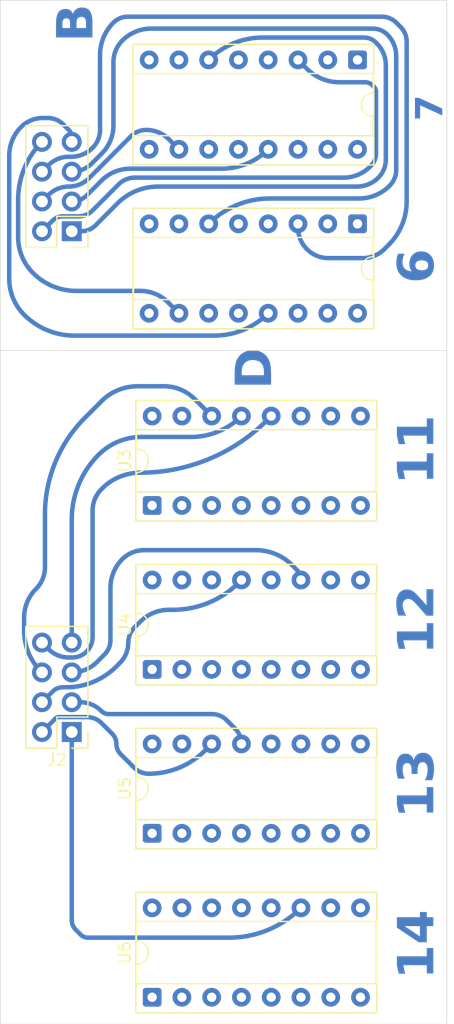
<source format=kicad_pcb>
(kicad_pcb (version 20241229) (generator "pcbnew") (generator_version "9.0")
  (layers (0 "F.Cu" signal) (2 "B.Cu" signal) (13 "F.Paste" user) (15 "B.Paste" user) (5 "F.SilkS" user "F.Silkscreen") (7 "B.SilkS" user "B.Silkscreen") (1 "F.Mask" user) (3 "B.Mask" user) (25 "Edge.Cuts" user))
  (net 0 "")
  (net 81 "/D5")
  (net 82 "/D7")
  (net 83 "/D0")
  (net 84 "/D4")
  (net 85 "/D1")
  (net 86 "/D6")
  (net 87 "/D2")
  (net 88 "/D3")
  (net 89 "/V2")
  (net 90 "/VC")
  (net 91 "/V1")
  (net 92 "/V3")
  (net 93 "/H5")
  (net 94 "/V4")
  (net 95 "/H3")
  (net 96 "/H4")
  (footprint "Connector_PinHeader_2.54mm:PinHeader_2x04_P2.54mm_Vertical" (layer "F.Cu") (at 158.496 134.112 180)
    (property "Reference" "J2" (at 1.27 -2.38 0) (layer "F.SilkS"))
    (property "Value" "PINS 1-8")
    (fp_line (start 3.92 -1.38) (end 3.92 9) (stroke (width 0.12)) (layer "F.SilkS"))
    (fp_line (start 1.27 1.27) (end 1.27 -1.38) (stroke (width 0.12)) (layer "F.SilkS"))
    (fp_line (start 1.27 -1.38) (end 3.92 -1.38) (stroke (width 0.12)) (layer "F.SilkS"))
    (fp_line (start -1.38 9) (end 3.92 9) (stroke (width 0.12)) (layer "F.SilkS"))
    (fp_line (start -1.38 1.27) (end 1.27 1.27) (stroke (width 0.12)) (layer "F.SilkS"))
    (fp_line (start -1.38 1.27) (end -1.38 9) (stroke (width 0.12)) (layer "F.SilkS"))
    (fp_line (start -1.38 0) (end -1.38 -1.38) (stroke (width 0.12)) (layer "F.SilkS"))
    (fp_line (start -1.38 -1.38) (end 0 -1.38) (stroke (width 0.12)) (layer "F.SilkS"))
    (pad "1" thru_hole rect (at 0 0 180) (size 1.7 1.7) (drill 1) (layers "*.Cu" "*.Mask") (net 95 "/H3"))
    (pad "2" thru_hole circle (at 2.54 0 180) (size 1.7 1.7) (drill 1) (layers "*.Cu" "*.Mask") (net 96 "/H4"))
    (pad "3" thru_hole circle (at 0 2.54 180) (size 1.7 1.7) (drill 1) (layers "*.Cu" "*.Mask") (net 93 "/H5"))
    (pad "4" thru_hole circle (at 2.54 2.54 180) (size 1.7 1.7) (drill 1) (layers "*.Cu" "*.Mask") (net 90 "/VC"))
    (pad "5" thru_hole circle (at 0 5.08 180) (size 1.7 1.7) (drill 1) (layers "*.Cu" "*.Mask") (net 91 "/V1"))
    (pad "6" thru_hole circle (at 2.54 5.08 180) (size 1.7 1.7) (drill 1) (layers "*.Cu" "*.Mask") (net 89 "/V2"))
    (pad "7" thru_hole circle (at 0 7.62 180) (size 1.7 1.7) (drill 1) (layers "*.Cu" "*.Mask") (net 92 "/V3"))
    (pad "8" thru_hole circle (at 2.54 7.62 180) (size 1.7 1.7) (drill 1) (layers "*.Cu" "*.Mask") (net 94 "/V4"))
  )
  (footprint "Package_DIP:DIP-16_W7.62mm_Socket" (layer "F.Cu") (at 165.354 128.778 90)
    (property "Reference" "U4" (at 3.81 -2.33 90) (layer "F.SilkS"))
    (property "Value" "74LS161")
    (fp_line (start 6.46 -1.33) (end 4.81 -1.33) (stroke (width 0.12)) (layer "F.SilkS"))
    (fp_line (start 2.81 -1.33) (end 1.16 -1.33) (stroke (width 0.12)) (layer "F.SilkS"))
    (fp_line (start 1.16 -1.33) (end 1.16 19.11) (stroke (width 0.12)) (layer "F.SilkS"))
    (fp_line (start 6.46 19.11) (end 6.46 -1.33) (stroke (width 0.12)) (layer "F.SilkS"))
    (fp_line (start 1.16 19.11) (end 6.46 19.11) (stroke (width 0.12)) (layer "F.SilkS"))
    (fp_rect (start -1.33 -1.39) (end 8.95 19.17) (stroke (width 0.12)) (fill no) (layer "F.SilkS"))
    (fp_arc (start 4.81 -1.33) (mid 3.81 -0.33) (end 2.81 -1.33) (stroke (width 0.12)) (layer "F.SilkS"))
    (pad "1" thru_hole roundrect (at 0 0 90) (size 1.6 1.6) (drill 0.8) (layers "*.Cu" "*.Mask") (roundrect_rratio 0.15625))
    (pad "2" thru_hole circle (at 0 2.54 90) (size 1.6 1.6) (drill 0.8) (layers "*.Cu" "*.Mask"))
    (pad "3" thru_hole circle (at 0 5.08 90) (size 1.6 1.6) (drill 0.8) (layers "*.Cu" "*.Mask"))
    (pad "4" thru_hole circle (at 0 7.62 90) (size 1.6 1.6) (drill 0.8) (layers "*.Cu" "*.Mask"))
    (pad "5" thru_hole circle (at 0 10.16 90) (size 1.6 1.6) (drill 0.8) (layers "*.Cu" "*.Mask"))
    (pad "6" thru_hole circle (at 0 12.7 90) (size 1.6 1.6) (drill 0.8) (layers "*.Cu" "*.Mask"))
    (pad "7" thru_hole circle (at 0 15.24 90) (size 1.6 1.6) (drill 0.8) (layers "*.Cu" "*.Mask"))
    (pad "8" thru_hole circle (at 0 17.78 90) (size 1.6 1.6) (drill 0.8) (layers "*.Cu" "*.Mask"))
    (pad "9" thru_hole circle (at 7.62 17.78 90) (size 1.6 1.6) (drill 0.8) (layers "*.Cu" "*.Mask"))
    (pad "10" thru_hole circle (at 7.62 15.24 90) (size 1.6 1.6) (drill 0.8) (layers "*.Cu" "*.Mask"))
    (pad "11" thru_hole circle (at 7.62 12.7 90) (size 1.6 1.6) (drill 0.8) (layers "*.Cu" "*.Mask") (net 91 "/V1"))
    (pad "12" thru_hole circle (at 7.62 10.16 90) (size 1.6 1.6) (drill 0.8) (layers "*.Cu" "*.Mask"))
    (pad "13" thru_hole circle (at 7.62 7.62 90) (size 1.6 1.6) (drill 0.8) (layers "*.Cu" "*.Mask") (net 90 "/VC"))
    (pad "14" thru_hole circle (at 7.62 5.08 90) (size 1.6 1.6) (drill 0.8) (layers "*.Cu" "*.Mask"))
    (pad "15" thru_hole circle (at 7.62 2.54 90) (size 1.6 1.6) (drill 0.8) (layers "*.Cu" "*.Mask"))
    (pad "16" thru_hole circle (at 7.62 0 90) (size 1.6 1.6) (drill 0.8) (layers "*.Cu" "*.Mask"))
  )
  (footprint "Package_DIP:DIP-16_W7.62mm_Socket" (layer "F.Cu") (at 165.354 156.718 90)
    (property "Reference" "U6" (at 3.81 -2.33 90) (layer "F.SilkS"))
    (property "Value" "74LS161")
    (fp_line (start 6.46 -1.33) (end 4.81 -1.33) (stroke (width 0.12)) (layer "F.SilkS"))
    (fp_line (start 2.81 -1.33) (end 1.16 -1.33) (stroke (width 0.12)) (layer "F.SilkS"))
    (fp_line (start 1.16 -1.33) (end 1.16 19.11) (stroke (width 0.12)) (layer "F.SilkS"))
    (fp_line (start 6.46 19.11) (end 6.46 -1.33) (stroke (width 0.12)) (layer "F.SilkS"))
    (fp_line (start 1.16 19.11) (end 6.46 19.11) (stroke (width 0.12)) (layer "F.SilkS"))
    (fp_rect (start -1.33 -1.39) (end 8.95 19.17) (stroke (width 0.12)) (fill no) (layer "F.SilkS"))
    (fp_arc (start 4.81 -1.33) (mid 3.81 -0.33) (end 2.81 -1.33) (stroke (width 0.12)) (layer "F.SilkS"))
    (pad "1" thru_hole roundrect (at 0 0 90) (size 1.6 1.6) (drill 0.8) (layers "*.Cu" "*.Mask") (roundrect_rratio 0.15625))
    (pad "2" thru_hole circle (at 0 2.54 90) (size 1.6 1.6) (drill 0.8) (layers "*.Cu" "*.Mask"))
    (pad "3" thru_hole circle (at 0 5.08 90) (size 1.6 1.6) (drill 0.8) (layers "*.Cu" "*.Mask"))
    (pad "4" thru_hole circle (at 0 7.62 90) (size 1.6 1.6) (drill 0.8) (layers "*.Cu" "*.Mask"))
    (pad "5" thru_hole circle (at 0 10.16 90) (size 1.6 1.6) (drill 0.8) (layers "*.Cu" "*.Mask"))
    (pad "6" thru_hole circle (at 0 12.7 90) (size 1.6 1.6) (drill 0.8) (layers "*.Cu" "*.Mask"))
    (pad "7" thru_hole circle (at 0 15.24 90) (size 1.6 1.6) (drill 0.8) (layers "*.Cu" "*.Mask"))
    (pad "8" thru_hole circle (at 0 17.78 90) (size 1.6 1.6) (drill 0.8) (layers "*.Cu" "*.Mask"))
    (pad "9" thru_hole circle (at 7.62 17.78 90) (size 1.6 1.6) (drill 0.8) (layers "*.Cu" "*.Mask"))
    (pad "10" thru_hole circle (at 7.62 15.24 90) (size 1.6 1.6) (drill 0.8) (layers "*.Cu" "*.Mask"))
    (pad "11" thru_hole circle (at 7.62 12.7 90) (size 1.6 1.6) (drill 0.8) (layers "*.Cu" "*.Mask") (net 95 "/H3"))
    (pad "12" thru_hole circle (at 7.62 10.16 90) (size 1.6 1.6) (drill 0.8) (layers "*.Cu" "*.Mask"))
    (pad "13" thru_hole circle (at 7.62 7.62 90) (size 1.6 1.6) (drill 0.8) (layers "*.Cu" "*.Mask"))
    (pad "14" thru_hole circle (at 7.62 5.08 90) (size 1.6 1.6) (drill 0.8) (layers "*.Cu" "*.Mask"))
    (pad "15" thru_hole circle (at 7.62 2.54 90) (size 1.6 1.6) (drill 0.8) (layers "*.Cu" "*.Mask"))
    (pad "16" thru_hole circle (at 7.62 0 90) (size 1.6 1.6) (drill 0.8) (layers "*.Cu" "*.Mask"))
  )
  (footprint "Package_DIP:DIP-16_W7.62mm_Socket" (layer "F.Cu") (at 182.88 90.805 -90)
    (property "Reference" "U1" (hide yes))
    (property "Value" "74LS257")
    (fp_line (start 1.16 19.11) (end 6.46 19.11) (stroke (width 0.12)) (layer "F.SilkS"))
    (fp_line (start 6.46 19.11) (end 6.46 -1.33) (stroke (width 0.12)) (layer "F.SilkS"))
    (fp_line (start 1.16 -1.33) (end 1.16 19.11) (stroke (width 0.12)) (layer "F.SilkS"))
    (fp_line (start 2.81 -1.33) (end 1.16 -1.33) (stroke (width 0.12)) (layer "F.SilkS"))
    (fp_line (start 6.46 -1.33) (end 4.81 -1.33) (stroke (width 0.12)) (layer "F.SilkS"))
    (fp_rect (start -1.33 -1.39) (end 8.95 19.17) (stroke (width 0.12)) (fill no) (layer "F.SilkS"))
    (fp_arc (start 4.81 -1.33) (mid 3.81 -0.33) (end 2.81 -1.33) (stroke (width 0.12)) (layer "F.SilkS"))
    (pad "1" thru_hole roundrect (at 0 0 270) (size 1.6 1.6) (drill 0.8) (layers "*.Cu" "*.Mask") (roundrect_rratio 0.15625))
    (pad "2" thru_hole circle (at 0 2.54 270) (size 1.6 1.6) (drill 0.8) (layers "*.Cu" "*.Mask"))
    (pad "3" thru_hole circle (at 0 5.08 270) (size 1.6 1.6) (drill 0.8) (layers "*.Cu" "*.Mask") (net 87 "/D2"))
    (pad "4" thru_hole circle (at 0 7.62 270) (size 1.6 1.6) (drill 0.8) (layers "*.Cu" "*.Mask"))
    (pad "5" thru_hole circle (at 0 10.16 270) (size 1.6 1.6) (drill 0.8) (layers "*.Cu" "*.Mask"))
    (pad "6" thru_hole circle (at 0 12.7 270) (size 1.6 1.6) (drill 0.8) (layers "*.Cu" "*.Mask") (net 88 "/D3"))
    (pad "7" thru_hole circle (at 0 15.24 270) (size 1.6 1.6) (drill 0.8) (layers "*.Cu" "*.Mask"))
    (pad "8" thru_hole circle (at 0 17.78 270) (size 1.6 1.6) (drill 0.8) (layers "*.Cu" "*.Mask"))
    (pad "9" thru_hole circle (at 7.62 17.78 270) (size 1.6 1.6) (drill 0.8) (layers "*.Cu" "*.Mask"))
    (pad "10" thru_hole circle (at 7.62 15.24 270) (size 1.6 1.6) (drill 0.8) (layers "*.Cu" "*.Mask") (net 83 "/D0"))
    (pad "11" thru_hole circle (at 7.62 12.7 270) (size 1.6 1.6) (drill 0.8) (layers "*.Cu" "*.Mask"))
    (pad "12" thru_hole circle (at 7.62 10.16 270) (size 1.6 1.6) (drill 0.8) (layers "*.Cu" "*.Mask"))
    (pad "13" thru_hole circle (at 7.62 7.62 270) (size 1.6 1.6) (drill 0.8) (layers "*.Cu" "*.Mask") (net 85 "/D1"))
    (pad "14" thru_hole circle (at 7.62 5.08 270) (size 1.6 1.6) (drill 0.8) (layers "*.Cu" "*.Mask"))
    (pad "15" thru_hole circle (at 7.62 2.54 270) (size 1.6 1.6) (drill 0.8) (layers "*.Cu" "*.Mask"))
    (pad "16" thru_hole circle (at 7.62 0 270) (size 1.6 1.6) (drill 0.8) (layers "*.Cu" "*.Mask"))
  )
  (footprint "Connector_PinHeader_2.54mm:PinHeader_2x04_P2.54mm_Vertical" (layer "F.Cu") (at 158.496 91.44 180)
    (property "Reference" "J1" (hide yes))
    (property "Value" "PINS 9-16")
    (fp_line (start 3.92 -1.38) (end 3.92 9) (stroke (width 0.12)) (layer "F.SilkS"))
    (fp_line (start 1.27 1.27) (end 1.27 -1.38) (stroke (width 0.12)) (layer "F.SilkS"))
    (fp_line (start 1.27 -1.38) (end 3.92 -1.38) (stroke (width 0.12)) (layer "F.SilkS"))
    (fp_line (start -1.38 9) (end 3.92 9) (stroke (width 0.12)) (layer "F.SilkS"))
    (fp_line (start -1.38 1.27) (end 1.27 1.27) (stroke (width 0.12)) (layer "F.SilkS"))
    (fp_line (start -1.38 1.27) (end -1.38 9) (stroke (width 0.12)) (layer "F.SilkS"))
    (fp_line (start -1.38 0) (end -1.38 -1.38) (stroke (width 0.12)) (layer "F.SilkS"))
    (fp_line (start -1.38 -1.38) (end 0 -1.38) (stroke (width 0.12)) (layer "F.SilkS"))
    (pad "1" thru_hole rect (at 0 0 180) (size 1.7 1.7) (drill 1) (layers "*.Cu" "*.Mask") (net 82 "/D7"))
    (pad "2" thru_hole circle (at 2.54 0 180) (size 1.7 1.7) (drill 1) (layers "*.Cu" "*.Mask") (net 86 "/D6"))
    (pad "3" thru_hole circle (at 0 2.54 180) (size 1.7 1.7) (drill 1) (layers "*.Cu" "*.Mask") (net 81 "/D5"))
    (pad "4" thru_hole circle (at 2.54 2.54 180) (size 1.7 1.7) (drill 1) (layers "*.Cu" "*.Mask") (net 84 "/D4"))
    (pad "5" thru_hole circle (at 0 5.08 180) (size 1.7 1.7) (drill 1) (layers "*.Cu" "*.Mask") (net 88 "/D3"))
    (pad "6" thru_hole circle (at 2.54 5.08 180) (size 1.7 1.7) (drill 1) (layers "*.Cu" "*.Mask") (net 87 "/D2"))
    (pad "7" thru_hole circle (at 0 7.62 180) (size 1.7 1.7) (drill 1) (layers "*.Cu" "*.Mask") (net 85 "/D1"))
    (pad "8" thru_hole circle (at 2.54 7.62 180) (size 1.7 1.7) (drill 1) (layers "*.Cu" "*.Mask") (net 83 "/D0"))
  )
  (footprint "Package_DIP:DIP-16_W7.62mm_Socket" (layer "F.Cu") (at 182.88 76.835 -90)
    (property "Reference" "U2" (hide yes))
    (property "Value" "74LS257")
    (fp_line (start 1.16 19.11) (end 6.46 19.11) (stroke (width 0.12)) (layer "F.SilkS"))
    (fp_line (start 6.46 19.11) (end 6.46 -1.33) (stroke (width 0.12)) (layer "F.SilkS"))
    (fp_line (start 1.16 -1.33) (end 1.16 19.11) (stroke (width 0.12)) (layer "F.SilkS"))
    (fp_line (start 2.81 -1.33) (end 1.16 -1.33) (stroke (width 0.12)) (layer "F.SilkS"))
    (fp_line (start 6.46 -1.33) (end 4.81 -1.33) (stroke (width 0.12)) (layer "F.SilkS"))
    (fp_rect (start -1.33 -1.39) (end 8.95 19.17) (stroke (width 0.12)) (fill no) (layer "F.SilkS"))
    (fp_arc (start 4.81 -1.33) (mid 3.81 -0.33) (end 2.81 -1.33) (stroke (width 0.12)) (layer "F.SilkS"))
    (pad "1" thru_hole roundrect (at 0 0 270) (size 1.6 1.6) (drill 0.8) (layers "*.Cu" "*.Mask") (roundrect_rratio 0.15625))
    (pad "2" thru_hole circle (at 0 2.54 270) (size 1.6 1.6) (drill 0.8) (layers "*.Cu" "*.Mask"))
    (pad "3" thru_hole circle (at 0 5.08 270) (size 1.6 1.6) (drill 0.8) (layers "*.Cu" "*.Mask") (net 86 "/D6"))
    (pad "4" thru_hole circle (at 0 7.62 270) (size 1.6 1.6) (drill 0.8) (layers "*.Cu" "*.Mask"))
    (pad "5" thru_hole circle (at 0 10.16 270) (size 1.6 1.6) (drill 0.8) (layers "*.Cu" "*.Mask"))
    (pad "6" thru_hole circle (at 0 12.7 270) (size 1.6 1.6) (drill 0.8) (layers "*.Cu" "*.Mask") (net 82 "/D7"))
    (pad "7" thru_hole circle (at 0 15.24 270) (size 1.6 1.6) (drill 0.8) (layers "*.Cu" "*.Mask"))
    (pad "8" thru_hole circle (at 0 17.78 270) (size 1.6 1.6) (drill 0.8) (layers "*.Cu" "*.Mask"))
    (pad "9" thru_hole circle (at 7.62 17.78 270) (size 1.6 1.6) (drill 0.8) (layers "*.Cu" "*.Mask"))
    (pad "10" thru_hole circle (at 7.62 15.24 270) (size 1.6 1.6) (drill 0.8) (layers "*.Cu" "*.Mask") (net 84 "/D4"))
    (pad "11" thru_hole circle (at 7.62 12.7 270) (size 1.6 1.6) (drill 0.8) (layers "*.Cu" "*.Mask"))
    (pad "12" thru_hole circle (at 7.62 10.16 270) (size 1.6 1.6) (drill 0.8) (layers "*.Cu" "*.Mask"))
    (pad "13" thru_hole circle (at 7.62 7.62 270) (size 1.6 1.6) (drill 0.8) (layers "*.Cu" "*.Mask") (net 81 "/D5"))
    (pad "14" thru_hole circle (at 7.62 5.08 270) (size 1.6 1.6) (drill 0.8) (layers "*.Cu" "*.Mask"))
    (pad "15" thru_hole circle (at 7.62 2.54 270) (size 1.6 1.6) (drill 0.8) (layers "*.Cu" "*.Mask"))
    (pad "16" thru_hole circle (at 7.62 0 270) (size 1.6 1.6) (drill 0.8) (layers "*.Cu" "*.Mask"))
  )
  (footprint "Package_DIP:DIP-16_W7.62mm_Socket" (layer "F.Cu") (at 165.354 114.808 90)
    (property "Reference" "U3" (at 3.81 -2.33 90) (layer "F.SilkS"))
    (property "Value" "74LS161")
    (fp_line (start 6.46 -1.33) (end 4.81 -1.33) (stroke (width 0.12)) (layer "F.SilkS"))
    (fp_line (start 2.81 -1.33) (end 1.16 -1.33) (stroke (width 0.12)) (layer "F.SilkS"))
    (fp_line (start 1.16 -1.33) (end 1.16 19.11) (stroke (width 0.12)) (layer "F.SilkS"))
    (fp_line (start 6.46 19.11) (end 6.46 -1.33) (stroke (width 0.12)) (layer "F.SilkS"))
    (fp_line (start 1.16 19.11) (end 6.46 19.11) (stroke (width 0.12)) (layer "F.SilkS"))
    (fp_rect (start -1.33 -1.39) (end 8.95 19.17) (stroke (width 0.12)) (fill no) (layer "F.SilkS"))
    (fp_arc (start 4.81 -1.33) (mid 3.81 -0.33) (end 2.81 -1.33) (stroke (width 0.12)) (layer "F.SilkS"))
    (pad "1" thru_hole roundrect (at 0 0 90) (size 1.6 1.6) (drill 0.8) (layers "*.Cu" "*.Mask") (roundrect_rratio 0.15625))
    (pad "2" thru_hole circle (at 0 2.54 90) (size 1.6 1.6) (drill 0.8) (layers "*.Cu" "*.Mask"))
    (pad "3" thru_hole circle (at 0 5.08 90) (size 1.6 1.6) (drill 0.8) (layers "*.Cu" "*.Mask"))
    (pad "4" thru_hole circle (at 0 7.62 90) (size 1.6 1.6) (drill 0.8) (layers "*.Cu" "*.Mask"))
    (pad "5" thru_hole circle (at 0 10.16 90) (size 1.6 1.6) (drill 0.8) (layers "*.Cu" "*.Mask"))
    (pad "6" thru_hole circle (at 0 12.7 90) (size 1.6 1.6) (drill 0.8) (layers "*.Cu" "*.Mask"))
    (pad "7" thru_hole circle (at 0 15.24 90) (size 1.6 1.6) (drill 0.8) (layers "*.Cu" "*.Mask"))
    (pad "8" thru_hole circle (at 0 17.78 90) (size 1.6 1.6) (drill 0.8) (layers "*.Cu" "*.Mask"))
    (pad "9" thru_hole circle (at 7.62 17.78 90) (size 1.6 1.6) (drill 0.8) (layers "*.Cu" "*.Mask"))
    (pad "10" thru_hole circle (at 7.62 15.24 90) (size 1.6 1.6) (drill 0.8) (layers "*.Cu" "*.Mask"))
    (pad "11" thru_hole circle (at 7.62 12.7 90) (size 1.6 1.6) (drill 0.8) (layers "*.Cu" "*.Mask"))
    (pad "12" thru_hole circle (at 7.62 10.16 90) (size 1.6 1.6) (drill 0.8) (layers "*.Cu" "*.Mask") (net 94 "/V4"))
    (pad "13" thru_hole circle (at 7.62 7.62 90) (size 1.6 1.6) (drill 0.8) (layers "*.Cu" "*.Mask") (net 92 "/V3"))
    (pad "14" thru_hole circle (at 7.62 5.08 90) (size 1.6 1.6) (drill 0.8) (layers "*.Cu" "*.Mask") (net 89 "/V2"))
    (pad "15" thru_hole circle (at 7.62 2.54 90) (size 1.6 1.6) (drill 0.8) (layers "*.Cu" "*.Mask"))
    (pad "16" thru_hole circle (at 7.62 0 90) (size 1.6 1.6) (drill 0.8) (layers "*.Cu" "*.Mask"))
  )
  (footprint "Package_DIP:DIP-16_W7.62mm_Socket" (layer "F.Cu") (at 165.354 142.748 90)
    (property "Reference" "U5" (at 3.81 -2.33 90) (layer "F.SilkS"))
    (property "Value" "74LS161")
    (fp_line (start 6.46 -1.33) (end 4.81 -1.33) (stroke (width 0.12)) (layer "F.SilkS"))
    (fp_line (start 2.81 -1.33) (end 1.16 -1.33) (stroke (width 0.12)) (layer "F.SilkS"))
    (fp_line (start 1.16 -1.33) (end 1.16 19.11) (stroke (width 0.12)) (layer "F.SilkS"))
    (fp_line (start 6.46 19.11) (end 6.46 -1.33) (stroke (width 0.12)) (layer "F.SilkS"))
    (fp_line (start 1.16 19.11) (end 6.46 19.11) (stroke (width 0.12)) (layer "F.SilkS"))
    (fp_rect (start -1.33 -1.39) (end 8.95 19.17) (stroke (width 0.12)) (fill no) (layer "F.SilkS"))
    (fp_arc (start 4.81 -1.33) (mid 3.81 -0.33) (end 2.81 -1.33) (stroke (width 0.12)) (layer "F.SilkS"))
    (pad "1" thru_hole roundrect (at 0 0 90) (size 1.6 1.6) (drill 0.8) (layers "*.Cu" "*.Mask") (roundrect_rratio 0.15625))
    (pad "2" thru_hole circle (at 0 2.54 90) (size 1.6 1.6) (drill 0.8) (layers "*.Cu" "*.Mask"))
    (pad "3" thru_hole circle (at 0 5.08 90) (size 1.6 1.6) (drill 0.8) (layers "*.Cu" "*.Mask"))
    (pad "4" thru_hole circle (at 0 7.62 90) (size 1.6 1.6) (drill 0.8) (layers "*.Cu" "*.Mask"))
    (pad "5" thru_hole circle (at 0 10.16 90) (size 1.6 1.6) (drill 0.8) (layers "*.Cu" "*.Mask"))
    (pad "6" thru_hole circle (at 0 12.7 90) (size 1.6 1.6) (drill 0.8) (layers "*.Cu" "*.Mask"))
    (pad "7" thru_hole circle (at 0 15.24 90) (size 1.6 1.6) (drill 0.8) (layers "*.Cu" "*.Mask"))
    (pad "8" thru_hole circle (at 0 17.78 90) (size 1.6 1.6) (drill 0.8) (layers "*.Cu" "*.Mask"))
    (pad "9" thru_hole circle (at 7.62 17.78 90) (size 1.6 1.6) (drill 0.8) (layers "*.Cu" "*.Mask"))
    (pad "10" thru_hole circle (at 7.62 15.24 90) (size 1.6 1.6) (drill 0.8) (layers "*.Cu" "*.Mask"))
    (pad "11" thru_hole circle (at 7.62 12.7 90) (size 1.6 1.6) (drill 0.8) (layers "*.Cu" "*.Mask"))
    (pad "12" thru_hole circle (at 7.62 10.16 90) (size 1.6 1.6) (drill 0.8) (layers "*.Cu" "*.Mask"))
    (pad "13" thru_hole circle (at 7.62 7.62 90) (size 1.6 1.6) (drill 0.8) (layers "*.Cu" "*.Mask") (net 93 "/H5"))
    (pad "14" thru_hole circle (at 7.62 5.08 90) (size 1.6 1.6) (drill 0.8) (layers "*.Cu" "*.Mask") (net 96 "/H4"))
    (pad "15" thru_hole circle (at 7.62 2.54 90) (size 1.6 1.6) (drill 0.8) (layers "*.Cu" "*.Mask"))
    (pad "16" thru_hole circle (at 7.62 0 90) (size 1.6 1.6) (drill 0.8) (layers "*.Cu" "*.Mask"))
  )
  (gr_line (start 190.5 71.755) (end 152.4 71.755) (stroke (width 0.05)) (layer "Edge.Cuts"))
  (gr_line (start 152.4 159.004) (end 190.5 159.004) (stroke (width 0.05)) (layer "Edge.Cuts"))
  (gr_line (start 152.4 101.6) (end 190.5 101.6) (stroke (width 0.05)) (layer "Edge.Cuts"))
  (gr_line (start 152.4 71.755) (end 152.4 101.6) (stroke (width 0.05)) (layer "Edge.Cuts"))
  (gr_line (start 190.5 101.6) (end 190.5 159.004) (stroke (width 0.05)) (layer "Edge.Cuts"))
  (gr_line (start 152.4 101.6) (end 152.4 159.004) (stroke (width 0.05)) (layer "Edge.Cuts"))
  (gr_line (start 190.5 101.6) (end 190.5 71.755) (stroke (width 0.05)) (layer "Edge.Cuts"))
  (gr_text "7" (at 190.5 82.042 90) (layer "B.Cu") (effects (font (size 2.286 2.286) (thickness 0.508) (bold yes)) (justify left bottom)))
  (gr_text "B" (at 160.782 75.315 90) (layer "B.Cu") (effects (font (size 3.048 3.048) (thickness 0.508) (bold yes)) (justify left bottom)))
  (gr_text "12" (at 189.865 127.508 90) (layer "B.Cu") (effects (font (size 3.048 3.048) (thickness 0.508) (bold yes)) (justify left bottom)))
  (gr_text "11" (at 189.865 113.03 90) (layer "B.Cu") (effects (font (size 3.048 3.048) (thickness 0.508) (bold yes)) (justify left bottom)))
  (gr_text "14" (at 189.865 155.194 90) (layer "B.Cu") (effects (font (size 3.048 3.048) (thickness 0.508) (bold yes)) (justify left bottom)))
  (gr_text "D" (at 176.022 104.902 90) (layer "B.Cu") (effects (font (size 3.048 3.048) (thickness 0.508) (bold yes)) (justify left bottom)))
  (gr_text "13" (at 189.865 141.478 90) (layer "B.Cu") (effects (font (size 3.048 3.048) (thickness 0.508) (bold yes)) (justify left bottom)))
  (gr_text "6" (at 189.865 95.885 90) (layer "B.Cu") (effects (font (size 3.048 3.048) (thickness 0.508) (bold yes)) (justify left bottom)))
  (segment (start 171.274133 86.106) (end 163.488841 86.106) (width 0.381) (layer "B.Cu") (net 81))
  (segment (start 161.036 87.122) (end 159.795047 88.362953) (width 0.381) (layer "B.Cu") (net 81))
  (arc (start 163.488841 86.106) (mid 162.161373 86.370049) (end 161.036 87.122) (width 0.381) (layer "B.Cu") (net 81))
  (arc (start 175.26 84.455) (mid 173.431268 85.676919) (end 171.274133 86.106) (width 0.381) (layer "B.Cu") (net 81))
  (arc (start 159.795047 88.362953) (mid 159.200186 88.760426) (end 158.4985 88.9) (width 0.381) (layer "B.Cu") (net 81))
  (segment (start 160.528 90.932) (end 162.393159 89.066841) (width 0.381) (layer "B.Cu") (net 82))
  (segment (start 158.4985 91.44) (end 159.30158 91.44) (width 0.381) (layer "B.Cu") (net 82))
  (segment (start 185.293 85.334974) (end 185.293 77.277631) (width 0.381) (layer "B.Cu") (net 82))
  (segment (start 183.43158 74.93) (end 174.779077 74.93) (width 0.381) (layer "B.Cu") (net 82))
  (segment (start 184.531 75.438) (end 184.441197 75.348197) (width 0.381) (layer "B.Cu") (net 82))
  (segment (start 165.862 87.630006) (end 182.818355 87.630006) (width 0.381) (layer "B.Cu") (net 82))
  (arc (start 184.658 86.868) (mid 185.127969 86.164641) (end 185.293 85.334974) (width 0.381) (layer "B.Cu") (net 82))
  (arc (start 182.818355 87.630006) (mid 183.813964 87.431967) (end 184.658 86.868) (width 0.381) (layer "B.Cu") (net 82))
  (arc (start 184.441197 75.348197) (mid 183.977981 75.038686) (end 183.43158 74.93) (width 0.381) (layer "B.Cu") (net 82))
  (arc (start 162.393159 89.066841) (mid 163.984676 88.003423) (end 165.862 87.63) (width 0.381) (layer "B.Cu") (net 82))
  (arc (start 159.30158 91.44) (mid 159.965314 91.307975) (end 160.528 90.932) (width 0.381) (layer "B.Cu") (net 82))
  (arc (start 174.779077 74.93) (mid 172.290074 75.425094) (end 170.18 76.835) (width 0.381) (layer "B.Cu") (net 82))
  (arc (start 185.293 77.277631) (mid 185.094962 76.28203) (end 184.531 75.438) (width 0.381) (layer "B.Cu") (net 82))
  (segment (start 164.338 96.52) (end 158.873261 96.52) (width 0.381) (layer "B.Cu") (net 83))
  (segment (start 155.194 94.996) (end 155.181236 94.983236) (width 0.381) (layer "B.Cu") (net 83))
  (segment (start 167.64 98.425) (end 166.722828 97.507828) (width 0.381) (layer "B.Cu") (net 83))
  (segment (start 153.924 91.948) (end 153.924 88.731717) (width 0.381) (layer "B.Cu") (net 83))
  (arc (start 158.873261 96.52) (mid 156.882059 96.123925) (end 155.194 94.996) (width 0.381) (layer "B.Cu") (net 83))
  (arc (start 166.722828 97.507828) (mid 165.62866 96.776728) (end 164.338 96.52) (width 0.381) (layer "B.Cu") (net 83))
  (arc (start 153.924 88.731717) (mid 154.452749 86.073515) (end 155.9585 83.82) (width 0.381) (layer "B.Cu") (net 83))
  (arc (start 155.181236 94.983236) (mid 154.250745 93.590658) (end 153.924 91.948) (width 0.381) (layer "B.Cu") (net 83))
  (segment (start 155.9585 88.9) (end 156.511827 88.346673) (width 0.381) (layer "B.Cu") (net 84))
  (segment (start 162.052 84.836) (end 159.97642 86.91158) (width 0.381) (layer "B.Cu") (net 84))
  (segment (start 167.64 84.455) (end 166.797223 83.612223) (width 0.381) (layer "B.Cu") (net 84))
  (segment (start 163.545184 83.342815) (end 162.052 84.836) (width 0.381) (layer "B.Cu") (net 84))
  (arc (start 164.846 82.804) (mid 164.142004 82.944034) (end 163.545184 83.342815) (width 0.381) (layer "B.Cu") (net 84))
  (arc (start 156.511827 88.346673) (mid 157.305637 87.816266) (end 158.242 87.630012) (width 0.381) (layer "B.Cu") (net 84))
  (arc (start 159.97642 86.91158) (mid 159.180661 87.443289) (end 158.242 87.63) (width 0.381) (layer "B.Cu") (net 84))
  (arc (start 166.797223 83.612223) (mid 165.901994 83.01405) (end 164.846 82.804) (width 0.381) (layer "B.Cu") (net 84))
  (segment (start 153.162 95.485949) (end 153.162 85.002841) (width 0.381) (layer "B.Cu") (net 85))
  (segment (start 158.4985 83.423246) (end 158.4985 83.82) (width 0.381) (layer "B.Cu") (net 85))
  (segment (start 157.764816 82.326815) (end 158.242 82.804) (width 0.381) (layer "B.Cu") (net 85))
  (segment (start 170.660923 100.33) (end 158.724472 100.33) (width 0.381) (layer "B.Cu") (net 85))
  (segment (start 156.017631 81.788) (end 156.464 81.788) (width 0.381) (layer "B.Cu") (net 85))
  (arc (start 154.178 82.55) (mid 155.02203 81.986038) (end 156.017631 81.788) (width 0.381) (layer "B.Cu") (net 85))
  (arc (start 175.26 98.425) (mid 173.149925 99.834907) (end 170.660923 100.33) (width 0.381) (layer "B.Cu") (net 85))
  (arc (start 156.464 81.788) (mid 157.167996 81.928034) (end 157.764816 82.326815) (width 0.381) (layer "B.Cu") (net 85))
  (arc (start 153.162 85.002841) (mid 153.426049 83.675373) (end 154.178 82.55) (width 0.381) (layer "B.Cu") (net 85))
  (arc (start 158.724472 100.33) (mid 156.401402 99.867913) (end 154.432 98.552) (width 0.381) (layer "B.Cu") (net 85))
  (arc (start 158.242 82.804) (mid 158.431837 83.088113) (end 158.4985 83.423246) (width 0.381) (layer "B.Cu") (net 85))
  (arc (start 154.432 98.552) (mid 153.492062 97.145284) (end 153.162 95.485949) (width 0.381) (layer "B.Cu") (net 85))
  (segment (start 159.04758 90.17) (end 157.734 90.17) (width 0.381) (layer "B.Cu") (net 86))
  (segment (start 162.491987 87.444013) (end 160.274 89.662) (width 0.381) (layer "B.Cu") (net 86))
  (segment (start 156.871057 90.527443) (end 155.9585 91.44) (width 0.381) (layer "B.Cu") (net 86))
  (segment (start 181.356 78.74) (end 183.53679 78.74) (width 0.381) (layer "B.Cu") (net 86))
  (segment (start 181.697159 86.868) (end 163.882605 86.868) (width 0.381) (layer "B.Cu") (net 86))
  (segment (start 184.15 78.994) (end 184.277 79.121) (width 0.381) (layer "B.Cu") (net 86))
  (segment (start 177.8 76.835) (end 178.537567 77.572567) (width 0.381) (layer "B.Cu") (net 86))
  (segment (start 184.023 85.852) (end 183.933197 85.941803) (width 0.381) (layer "B.Cu") (net 86))
  (segment (start 184.46 79.562801) (end 184.46 84.796989) (width 0.381) (layer "B.Cu") (net 86))
  (arc (start 178.537567 77.572567) (mid 179.830675 78.436594) (end 181.356 78.74) (width 0.381) (layer "B.Cu") (net 86))
  (arc (start 184.46 84.796989) (mid 184.346427 85.367957) (end 184.023 85.852) (width 0.381) (layer "B.Cu") (net 86))
  (arc (start 184.277 79.121) (mid 184.41244 79.3237) (end 184.46 79.562801) (width 0.381) (layer "B.Cu") (net 86))
  (arc (start 183.933197 85.941803) (mid 182.907294 86.627289) (end 181.697159 86.868) (width 0.381) (layer "B.Cu") (net 86))
  (arc (start 157.734 90.17) (mid 157.266978 90.262897) (end 156.871057 90.527443) (width 0.381) (layer "B.Cu") (net 86))
  (arc (start 183.53679 78.74) (mid 183.868657 78.806012) (end 184.15 78.994) (width 0.381) (layer "B.Cu") (net 86))
  (arc (start 160.274 89.662) (mid 159.711314 90.037975) (end 159.04758 90.17) (width 0.381) (layer "B.Cu") (net 86))
  (arc (start 163.882605 86.868) (mid 163.130008 87.017701) (end 162.491987 87.444013) (width 0.381) (layer "B.Cu") (net 86))
  (segment (start 185.166 92.964) (end 185.547 92.583) (width 0.381) (layer "B.Cu") (net 87))
  (segment (start 183.326369 93.726) (end 180.401631 93.726) (width 0.381) (layer "B.Cu") (net 87))
  (segment (start 186.182 73.66) (end 186.563 74.041) (width 0.381) (layer "B.Cu") (net 87))
  (segment (start 160.909 82.794974) (end 160.909 76.419446) (width 0.381) (layer "B.Cu") (net 87))
  (segment (start 158.242 85.09) (end 158.434369 85.09) (width 0.381) (layer "B.Cu") (net 87))
  (segment (start 177.8 91.124369) (end 177.8 90.805) (width 0.381) (layer "B.Cu") (net 87))
  (segment (start 155.9585 86.36) (end 156.511847 85.806653) (width 0.381) (layer "B.Cu") (net 87))
  (segment (start 163.27842 73.152) (end 184.95558 73.152) (width 0.381) (layer "B.Cu") (net 87))
  (segment (start 187.071 75.26742) (end 187.071 88.903739) (width 0.381) (layer "B.Cu") (net 87))
  (arc (start 158.434369 85.09) (mid 159.42997 84.891963) (end 160.274 84.328) (width 0.381) (layer "B.Cu") (net 87))
  (arc (start 185.166 92.964) (mid 184.32197 93.527963) (end 183.326369 93.726) (width 0.381) (layer "B.Cu") (net 87))
  (arc (start 162.052 73.66) (mid 162.614686 73.284025) (end 163.27842 73.152) (width 0.381) (layer "B.Cu") (net 87))
  (arc (start 178.562 92.964) (mid 177.998037 92.11997) (end 177.8 91.124369) (width 0.381) (layer "B.Cu") (net 87))
  (arc (start 160.274 84.328) (mid 160.743969 83.624641) (end 160.909 82.794974) (width 0.381) (layer "B.Cu") (net 87))
  (arc (start 156.511847 85.806653) (mid 157.305648 85.276252) (end 158.242 85.09) (width 0.381) (layer "B.Cu") (net 87))
  (arc (start 180.401631 93.726) (mid 179.40603 93.527962) (end 178.562 92.964) (width 0.381) (layer "B.Cu") (net 87))
  (arc (start 185.547 92.583) (mid 186.674926 90.894941) (end 187.071 88.903739) (width 0.381) (layer "B.Cu") (net 87))
  (arc (start 184.95558 73.152) (mid 185.619313 73.284025) (end 186.182 73.66) (width 0.381) (layer "B.Cu") (net 87))
  (arc (start 160.909 76.419446) (mid 161.206056 74.926045) (end 162.052 73.66) (width 0.381) (layer "B.Cu") (net 87))
  (arc (start 186.563 74.041) (mid 186.938975 74.603686) (end 187.071 75.26742) (width 0.381) (layer "B.Cu") (net 87))
  (segment (start 185.42 74.676) (end 185.420006 74.675994) (width 0.381) (layer "B.Cu") (net 88))
  (segment (start 186.182 76.51561) (end 186.182 86.186777) (width 0.381) (layer "B.Cu") (net 88))
  (segment (start 160.528 85.344) (end 161.064171 84.807829) (width 0.381) (layer "B.Cu") (net 88))
  (segment (start 160.228652 85.643347) (end 160.528 85.344) (width 0.381) (layer "B.Cu") (net 88))
  (segment (start 183.00438 88.646) (end 175.392287 88.646) (width 0.381) (layer "B.Cu") (net 88))
  (segment (start 165.266841 74.168) (end 184.19358 74.168) (width 0.381) (layer "B.Cu") (net 88))
  (segment (start 162.052 82.423) (end 162.052 77.023631) (width 0.381) (layer "B.Cu") (net 88))
  (arc (start 175.392287 88.646) (mid 172.571418 89.207106) (end 170.18 90.805) (width 0.381) (layer "B.Cu") (net 88))
  (arc (start 186.182 86.186777) (mid 186.033472 86.933478) (end 185.6105 87.5665) (width 0.381) (layer "B.Cu") (net 88))
  (arc (start 161.064171 84.807829) (mid 161.795272 83.71366) (end 162.052 82.423) (width 0.381) (layer "B.Cu") (net 88))
  (arc (start 184.19358 74.168) (mid 184.857313 74.300025) (end 185.42 74.676) (width 0.381) (layer "B.Cu") (net 88))
  (arc (start 162.814 75.184) (mid 163.939373 74.43205) (end 165.266841 74.168) (width 0.381) (layer "B.Cu") (net 88))
  (arc (start 185.610507 87.566507) (mid 184.414805 88.365449) (end 183.00438 88.646) (width 0.381) (layer "B.Cu") (net 88))
  (arc (start 185.420006 74.675994) (mid 185.983964 75.520017) (end 186.182 76.51561) (width 0.381) (layer "B.Cu") (net 88))
  (arc (start 162.052 77.023631) (mid 162.250037 76.02803) (end 162.814 75.184) (width 0.381) (layer "B.Cu") (net 88))
  (arc (start 158.4985 86.36) (mid 159.434852 86.173748) (end 160.228652 85.643347) (width 0.381) (layer "B.Cu") (net 88))
  (segment (start 156.21 115.57) (end 156.21 119.126) (width 0.381) (layer "B.Cu") (net 89))
  (segment (start 156.21 120.080369) (end 156.21 119.126) (width 0.381) (layer "B.Cu") (net 89))
  (segment (start 155.956 129.032) (end 155.868841 128.944841) (width 0.381) (layer "B.Cu") (net 89))
  (segment (start 154.432 125.476) (end 154.432 124.372841) (width 0.381) (layer "B.Cu") (net 89))
  (segment (start 170.434 107.188) (end 168.971631 105.725631) (width 0.381) (layer "B.Cu") (net 89))
  (segment (start 161.036 105.918) (end 159.622497 107.331503) (width 0.381) (layer "B.Cu") (net 89))
  (segment (start 166.37 104.648) (end 164.102051 104.648) (width 0.381) (layer "B.Cu") (net 89))
  (arc (start 155.868841 128.944841) (mid 154.805422 127.353324) (end 154.432 125.476) (width 0.381) (layer "B.Cu") (net 89))
  (arc (start 159.622497 107.331503) (mid 157.096879 111.111357) (end 156.21 115.57) (width 0.381) (layer "B.Cu") (net 89))
  (arc (start 154.432 124.372841) (mid 154.696049 123.045373) (end 155.448 121.92) (width 0.381) (layer "B.Cu") (net 89))
  (arc (start 155.448 121.92) (mid 156.011963 121.07597) (end 156.21 120.080369) (width 0.381) (layer "B.Cu") (net 89))
  (arc (start 164.102051 104.648) (mid 162.442717 104.978062) (end 161.036 105.918) (width 0.381) (layer "B.Cu") (net 89))
  (arc (start 168.971631 105.725631) (mid 167.777993 104.928067) (end 166.37 104.648) (width 0.381) (layer "B.Cu") (net 89))
  (segment (start 162.306 128.524) (end 162.60358 128.22642) (width 0.381) (layer "B.Cu") (net 90))
  (segment (start 166.790841 123.698) (end 167.132 123.698) (width 0.381) (layer "B.Cu") (net 90))
  (segment (start 163.860815 125.191184) (end 164.338 124.714) (width 0.381) (layer "B.Cu") (net 90))
  (segment (start 155.956 131.572) (end 156.86679 130.66121) (width 0.381) (layer "B.Cu") (net 90))
  (segment (start 172.768866 121.363133) (end 172.974 121.158) (width 0.381) (layer "B.Cu") (net 90))
  (segment (start 157.734 130.302) (end 158.013528 130.302) (width 0.381) (layer "B.Cu") (net 90))
  (arc (start 164.338 124.714) (mid 165.463373 123.96205) (end 166.790841 123.698) (width 0.381) (layer "B.Cu") (net 90))
  (arc (start 158.013528 130.302) (mid 160.336597 129.839913) (end 162.306 128.524) (width 0.381) (layer "B.Cu") (net 90))
  (arc (start 163.322 126.492) (mid 163.462034 125.788004) (end 163.860815 125.191184) (width 0.381) (layer "B.Cu") (net 90))
  (arc (start 156.86679 130.66121) (mid 157.264669 130.395356) (end 157.734 130.302) (width 0.381) (layer "B.Cu") (net 90))
  (arc (start 162.60358 128.22642) (mid 163.135289 127.430661) (end 163.322 126.492) (width 0.381) (layer "B.Cu") (net 90))
  (arc (start 167.132 123.698) (mid 170.18265 123.091188) (end 172.768866 121.363133) (width 0.381) (layer "B.Cu") (net 90))
  (segment (start 160.664025 128.133974) (end 161.29 127.508) (width 0.381) (layer "B.Cu") (net 91))
  (segment (start 161.798 126.28158) (end 161.798 121.832841) (width 0.381) (layer "B.Cu") (net 91))
  (segment (start 164.653631 118.618) (end 174.225949 118.618) (width 0.381) (layer "B.Cu") (net 91))
  (segment (start 177.292 119.888) (end 177.69479 120.29079) (width 0.381) (layer "B.Cu") (net 91))
  (arc (start 161.29 127.508) (mid 161.665975 126.945314) (end 161.798 126.28158) (width 0.381) (layer "B.Cu") (net 91))
  (arc (start 161.798 121.832841) (mid 162.062049 120.505373) (end 162.814 119.38) (width 0.381) (layer "B.Cu") (net 91))
  (arc (start 177.69479 120.29079) (mid 177.960644 120.68867) (end 178.054 121.158) (width 0.381) (layer "B.Cu") (net 91))
  (arc (start 158.496 129.032) (mid 159.669327 128.798611) (end 160.664025 128.133974) (width 0.381) (layer "B.Cu") (net 91))
  (arc (start 174.225949 118.618) (mid 175.885283 118.948063) (end 177.292 119.888) (width 0.381) (layer "B.Cu") (net 91))
  (arc (start 162.814 119.38) (mid 163.65803 118.816038) (end 164.653631 118.618) (width 0.381) (layer "B.Cu") (net 91))
  (segment (start 164.461261 108.966) (end 168.681528 108.966) (width 0.381) (layer "B.Cu") (net 92))
  (segment (start 158.496 126.492) (end 158.496 116.008892) (width 0.381) (layer "B.Cu") (net 92))
  (arc (start 158.496 116.008892) (mid 159.090112 113.02209) (end 160.782 110.49) (width 0.381) (layer "B.Cu") (net 92))
  (arc (start 168.681528 108.966) (mid 171.004597 108.503913) (end 172.974 107.188) (width 0.381) (layer "B.Cu") (net 92))
  (arc (start 160.782 110.49) (mid 162.470059 109.362075) (end 164.461261 108.966) (width 0.381) (layer "B.Cu") (net 92))
  (segment (start 171.704 133.096) (end 172.435185 133.827184) (width 0.381) (layer "B.Cu") (net 93))
  (segment (start 158.496 131.572) (end 159.196369 131.572) (width 0.381) (layer "B.Cu") (net 93))
  (segment (start 161.64921 132.588) (end 170.47758 132.588) (width 0.381) (layer "B.Cu") (net 93))
  (arc (start 161.036 132.334) (mid 161.317343 132.521988) (end 161.64921 132.588) (width 0.381) (layer "B.Cu") (net 93))
  (arc (start 172.435185 133.827184) (mid 172.833966 134.424004) (end 172.974 135.128) (width 0.381) (layer "B.Cu") (net 93))
  (arc (start 159.196369 131.572) (mid 160.19197 131.770037) (end 161.036 132.334) (width 0.381) (layer "B.Cu") (net 93))
  (arc (start 170.47758 132.588) (mid 171.141314 132.720025) (end 171.704 133.096) (width 0.381) (layer "B.Cu") (net 93))
  (segment (start 155.956 126.492) (end 156.507579 127.043579) (width 0.381) (layer "B.Cu") (net 94))
  (segment (start 158.242 127.762) (end 158.53958 127.762) (width 0.381) (layer "B.Cu") (net 94))
  (segment (start 175.178128 107.523872) (end 175.514 107.188) (width 0.381) (layer "B.Cu") (net 94))
  (segment (start 161.036 113.411) (end 161.085961 113.361039) (width 0.381) (layer "B.Cu") (net 94))
  (segment (start 160.274 126.02758) (end 160.274 115.250631) (width 0.381) (layer "B.Cu") (net 94))
  (arc (start 158.53958 127.762) (mid 159.203314 127.629975) (end 159.766 127.254) (width 0.381) (layer "B.Cu") (net 94))
  (arc (start 159.766 127.254) (mid 160.141975 126.691314) (end 160.274 126.02758) (width 0.381) (layer "B.Cu") (net 94))
  (arc (start 161.085961 113.361039) (mid 162.578009 112.364084) (end 164.338 112.014) (width 0.381) (layer "B.Cu") (net 94))
  (arc (start 164.338 112.014) (mid 170.204635 110.847054) (end 175.178128 107.523872) (width 0.381) (layer "B.Cu") (net 94))
  (arc (start 160.274 115.250631) (mid 160.472037 114.25503) (end 161.036 113.411) (width 0.381) (layer "B.Cu") (net 94))
  (arc (start 156.507579 127.043579) (mid 157.303338 127.575288) (end 158.242 127.762) (width 0.381) (layer "B.Cu") (net 94))
  (segment (start 158.85521 150.98121) (end 159.258 151.384) (width 0.381) (layer "B.Cu") (net 95))
  (segment (start 159.87121 151.638) (end 171.921898 151.638) (width 0.381) (layer "B.Cu") (net 95))
  (segment (start 158.496 134.112) (end 158.496 150.114) (width 0.381) (layer "B.Cu") (net 95))
  (arc (start 158.496 150.114) (mid 158.589356 150.583331) (end 158.85521 150.98121) (width 0.381) (layer "B.Cu") (net 95))
  (arc (start 171.921898 151.638) (mid 175.240568 150.977875) (end 178.054 149.098) (width 0.381) (layer "B.Cu") (net 95))
  (arc (start 159.258 151.384) (mid 159.539343 151.571987) (end 159.87121 151.638) (width 0.381) (layer "B.Cu") (net 95))
  (segment (start 170.434 135.128) (end 169.900472 135.661528) (width 0.381) (layer "B.Cu") (net 96))
  (segment (start 157.099 132.969) (end 155.956 134.112) (width 0.381) (layer "B.Cu") (net 96))
  (segment (start 159.80958 132.842) (end 157.405605 132.842) (width 0.381) (layer "B.Cu") (net 96))
  (segment (start 161.94679 134.26079) (end 161.036 133.35) (width 0.381) (layer "B.Cu") (net 96))
  (segment (start 163.83 137.16) (end 162.66521 135.99521) (width 0.381) (layer "B.Cu") (net 96))
  (arc (start 165.05642 137.668) (mid 164.392686 137.535975) (end 163.83 137.16) (width 0.381) (layer "B.Cu") (net 96))
  (arc (start 161.036 133.35) (mid 160.473313 132.974025) (end 159.80958 132.842) (width 0.381) (layer "B.Cu") (net 96))
  (arc (start 162.66521 135.99521) (mid 162.399356 135.597331) (end 162.306 135.128) (width 0.381) (layer "B.Cu") (net 96))
  (arc (start 157.405605 132.842) (mid 157.239672 132.875006) (end 157.099 132.969) (width 0.381) (layer "B.Cu") (net 96))
  (arc (start 169.900472 135.661528) (mid 167.678002 137.146535) (end 165.05642 137.668) (width 0.381) (layer "B.Cu") (net 96))
  (arc (start 162.306 135.128) (mid 162.212644 134.65867) (end 161.94679 134.26079) (width 0.381) (layer "B.Cu") (net 96))
)
</source>
